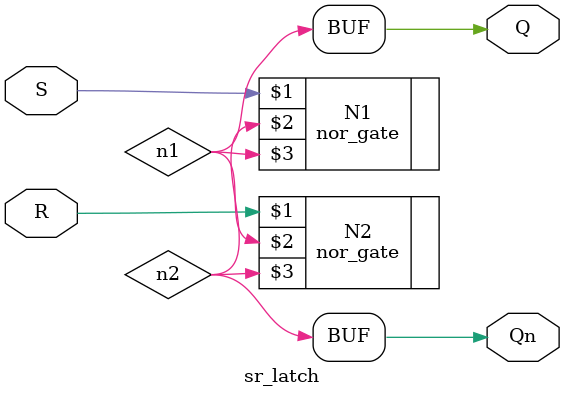
<source format=v>
module sr_latch(
    input S,
    input R,
    output Q,
    output Qn
);
    // Cross-coupled NORs
    wire n1, n2;
    nor_gate N1 (S, n2, n1);  // n1 = ~(S | n2)
    nor_gate N2 (R, n1, n2);  // n2 = ~(R | n1)
    assign Q = n1;
    assign Qn = n2;
endmodule

</source>
